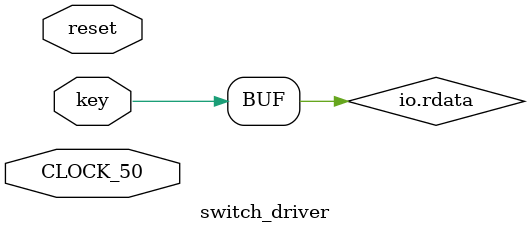
<source format=sv>
module switch_driver(
	input logic reset,
	input logic CLOCK_50,
   input key,
	io_interface io
); 
	 reg [3:0] prev_key;
	 reg irq;
	 
	 
	 assign io.rdata = {15'b0, key};
	 assign io.irq = irq;

    always @(posedge key or posedge io.reset_irq)
    begin
		if (io.reset_irq)
		begin
			irq = 1'b0;
		end
		else 
		begin
			irq = 1'b1;
		end
	 end

endmodule
</source>
